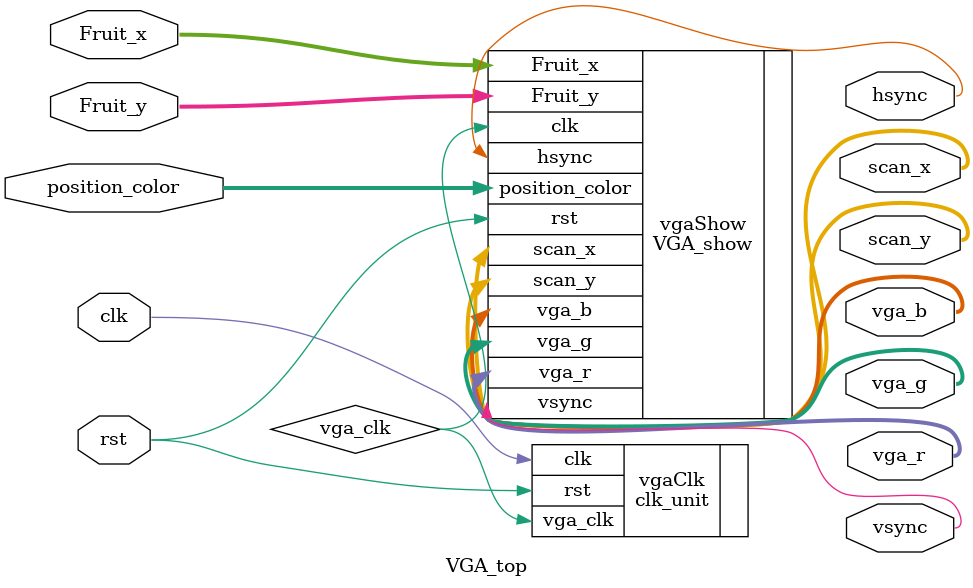
<source format=v>
`timescale 1ns / 1ps


module VGA_top(
    input clk,
    input rst,
    input [1:0]position_color,
    input [5:0]Fruit_x,
    input [4:0]Fruit_y,
    output [9:0]scan_x,
    output [9:0]scan_y,    
    output hsync, // hang Í¬²½
    output vsync, // zhen Í¬²½
    
   	output  [3:0] vga_r,
	output [3:0] vga_g,
	output  [3:0] vga_b
    );
    
    wire vga_clk;
    
    clk_unit vgaClk(
        .clk(clk),
        .rst(rst),
        .vga_clk(vga_clk)
        );
        
     VGA_show vgaShow(
        .clk(vga_clk),
		.rst(rst),
		.position_color(position_color),
		.Fruit_x(Fruit_x),
		.Fruit_y(Fruit_y),
		.scan_x(scan_x),
		.scan_y(scan_y),
		.hsync(hsync),
		.vsync(vsync),
		.vga_r(vga_r),
		.vga_g(vga_g),
		.vga_b(vga_b)
		);

      
    
    
    
    
    
    
    
    
    
    
    
    
    
    
    
    
    
    
    
    
    
endmodule

</source>
